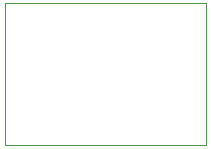
<source format=gbr>
%TF.GenerationSoftware,KiCad,Pcbnew,5.1.5-52549c5~86~ubuntu16.04.1*%
%TF.CreationDate,2020-11-12T16:46:33+05:30*%
%TF.ProjectId,LDR Module V1.0,4c445220-4d6f-4647-956c-652056312e30,V1.0*%
%TF.SameCoordinates,Original*%
%TF.FileFunction,Profile,NP*%
%FSLAX46Y46*%
G04 Gerber Fmt 4.6, Leading zero omitted, Abs format (unit mm)*
G04 Created by KiCad (PCBNEW 5.1.5-52549c5~86~ubuntu16.04.1) date 2020-11-12 16:46:33*
%MOMM*%
%LPD*%
G04 APERTURE LIST*
%TA.AperFunction,Profile*%
%ADD10C,0.050000*%
%TD*%
G04 APERTURE END LIST*
D10*
X134295000Y-83044000D02*
X134295000Y-95044000D01*
X151295000Y-83044000D02*
X134295000Y-83044000D01*
X151295000Y-95044000D02*
X151295000Y-83044000D01*
X134295000Y-95044000D02*
X151295000Y-95044000D01*
M02*

</source>
